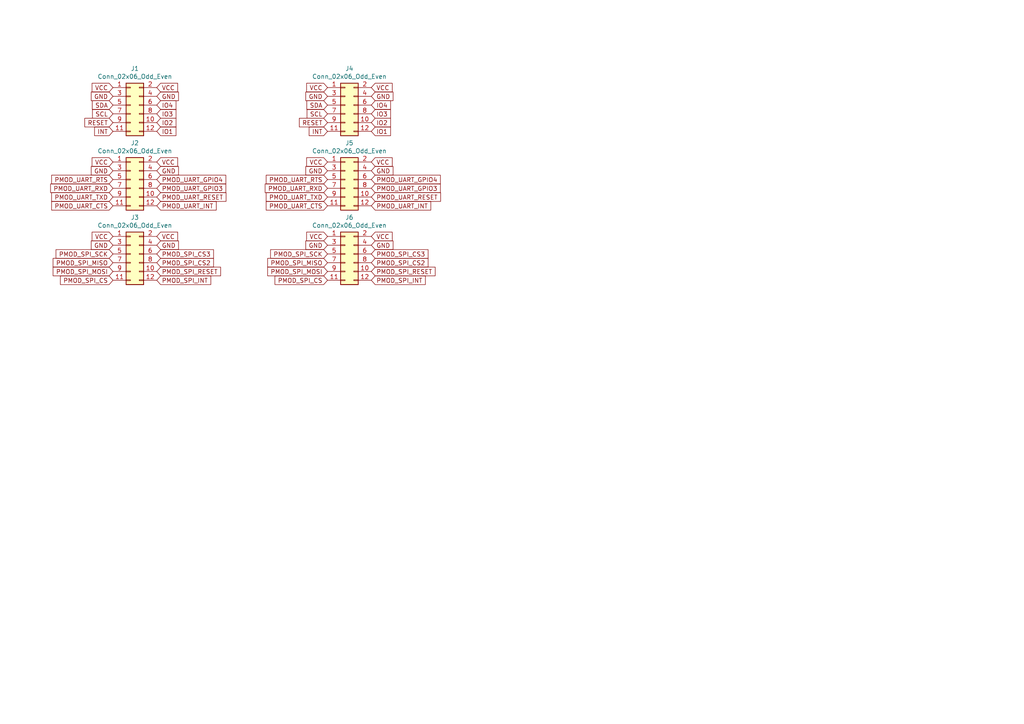
<source format=kicad_sch>
(kicad_sch (version 20230121) (generator eeschema)
  (paper "A4")
  (lib_symbols
    (symbol "Connector_Generic:Conn_02x06_Odd_Even" (pin_names (offset 1.016) hide)
      (property "Reference" "J" (at 1.27 7.62 0))
      (property "Value" "Conn_02x06_Odd_Even" (at 1.27 -10.16 0))
      (symbol "Conn_02x06_Odd_Even_1_1"
        (rectangle (start -1.27 -7.493) (end 0 -7.747) (stroke (width 0.1524)))
        (rectangle (start -1.27 -4.953) (end 0 -5.207) (stroke (width 0.1524)))
        (rectangle (start -1.27 -2.413) (end 0 -2.667) (stroke (width 0.1524)))
        (rectangle (start -1.27 0.127) (end 0 -0.127) (stroke (width 0.1524)))
        (rectangle (start -1.27 2.667) (end 0 2.413) (stroke (width 0.1524)))
        (rectangle (start -1.27 5.207) (end 0 4.953) (stroke (width 0.1524)))
        (rectangle (start -1.27 6.35) (end 3.81 -8.89) (stroke (width 0.254)) (fill (type background)))
        (rectangle (start 3.81 -7.493) (end 2.54 -7.747) (stroke (width 0.1524)))
        (rectangle (start 3.81 -4.953) (end 2.54 -5.207) (stroke (width 0.1524)))
        (rectangle (start 3.81 -2.413) (end 2.54 -2.667) (stroke (width 0.1524)))
        (rectangle (start 3.81 0.127) (end 2.54 -0.127) (stroke (width 0.1524)))
        (rectangle (start 3.81 2.667) (end 2.54 2.413) (stroke (width 0.1524)))
        (rectangle (start 3.81 5.207) (end 2.54 4.953) (stroke (width 0.1524)))
        (pin passive line (at -5.08 5.08 0) (length 3.81) (name "Pin_1") (number "1"))
        (pin passive line (at 7.62 -5.08 180) (length 3.81) (name "Pin_10") (number "10"))
        (pin passive line (at -5.08 -7.62 0) (length 3.81) (name "Pin_11") (number "11"))
        (pin passive line (at 7.62 -7.62 180) (length 3.81) (name "Pin_12") (number "12"))
        (pin passive line (at 7.62 5.08 180) (length 3.81) (name "Pin_2") (number "2"))
        (pin passive line (at -5.08 2.54 0) (length 3.81) (name "Pin_3") (number "3"))
        (pin passive line (at 7.62 2.54 180) (length 3.81) (name "Pin_4") (number "4"))
        (pin passive line (at -5.08 0 0) (length 3.81) (name "Pin_5") (number "5"))
        (pin passive line (at 7.62 0 180) (length 3.81) (name "Pin_6") (number "6"))
        (pin passive line (at -5.08 -2.54 0) (length 3.81) (name "Pin_7") (number "7"))
        (pin passive line (at 7.62 -2.54 180) (length 3.81) (name "Pin_8") (number "8"))
        (pin passive line (at -5.08 -5.08 0) (length 3.81) (name "Pin_9") (number "9"))
      )
    )
  )
  (global_label "VCC" (shape input) (at 32.766 46.99 180) (property "Intersheetrefs" "${INTERSHEET_REFS}" (effects hide)) (property "Intersheet-verwijzingen" "${INTERSHEET_REFS}" (effects hide)))
  (global_label "PMOD_SPI_CS" (shape input) (at 94.996 81.28 180) (property "Intersheetrefs" "${INTERSHEET_REFS}" (effects hide)) (property "Intersheet-verwijzingen" "${INTERSHEET_REFS}" (effects hide)))
  (global_label "IO1" (shape input) (at 107.696 38.1 0) (property "Intersheetrefs" "${INTERSHEET_REFS}" (effects hide)) (property "Intersheet-verwijzingen" "${INTERSHEET_REFS}" (effects hide)))
  (global_label "GND" (shape input) (at 45.466 27.94 0) (property "Intersheetrefs" "${INTERSHEET_REFS}" (effects hide)) (property "Intersheet-verwijzingen" "${INTERSHEET_REFS}" (effects hide)))
  (global_label "VCC" (shape input) (at 45.466 46.99 0) (property "Intersheetrefs" "${INTERSHEET_REFS}" (effects hide)) (property "Intersheet-verwijzingen" "${INTERSHEET_REFS}" (effects hide)))
  (global_label "GND" (shape input) (at 107.696 27.94 0) (property "Intersheetrefs" "${INTERSHEET_REFS}" (effects hide)) (property "Intersheet-verwijzingen" "${INTERSHEET_REFS}" (effects hide)))
  (global_label "PMOD_SPI_CS3" (shape input) (at 45.466 73.66 0) (property "Intersheetrefs" "${INTERSHEET_REFS}" (effects hide)) (property "Intersheet-verwijzingen" "${INTERSHEET_REFS}" (effects hide)))
  (global_label "VCC" (shape input) (at 94.996 46.99 180) (property "Intersheetrefs" "${INTERSHEET_REFS}" (effects hide)) (property "Intersheet-verwijzingen" "${INTERSHEET_REFS}" (effects hide)))
  (global_label "VCC" (shape input) (at 32.766 25.4 180) (property "Intersheetrefs" "${INTERSHEET_REFS}" (effects hide)) (property "Intersheet-verwijzingen" "${INTERSHEET_REFS}" (effects hide)))
  (global_label "SDA" (shape input) (at 94.996 30.48 180) (property "Intersheetrefs" "${INTERSHEET_REFS}" (effects hide)) (property "Intersheet-verwijzingen" "${INTERSHEET_REFS}" (effects hide)))
  (global_label "VCC" (shape input) (at 45.466 68.58 0) (property "Intersheetrefs" "${INTERSHEET_REFS}" (effects hide)) (property "Intersheet-verwijzingen" "${INTERSHEET_REFS}" (effects hide)))
  (global_label "VCC" (shape input) (at 94.996 25.4 180) (property "Intersheetrefs" "${INTERSHEET_REFS}" (effects hide)) (property "Intersheet-verwijzingen" "${INTERSHEET_REFS}" (effects hide)))
  (global_label "GND" (shape input) (at 94.996 49.53 180) (property "Intersheetrefs" "${INTERSHEET_REFS}" (effects hide)) (property "Intersheet-verwijzingen" "${INTERSHEET_REFS}" (effects hide)))
  (global_label "PMOD_UART_TXD" (shape input) (at 94.996 57.15 180) (property "Intersheetrefs" "${INTERSHEET_REFS}" (effects hide)) (property "Intersheet-verwijzingen" "${INTERSHEET_REFS}" (effects hide)))
  (global_label "PMOD_SPI_RESET" (shape input) (at 107.696 78.74 0) (property "Intersheetrefs" "${INTERSHEET_REFS}" (effects hide)) (property "Intersheet-verwijzingen" "${INTERSHEET_REFS}" (effects hide)))
  (global_label "GND" (shape input) (at 32.766 27.94 180) (property "Intersheetrefs" "${INTERSHEET_REFS}" (effects hide)) (property "Intersheet-verwijzingen" "${INTERSHEET_REFS}" (effects hide)))
  (global_label "RESET" (shape input) (at 32.766 35.56 180) (property "Intersheetrefs" "${INTERSHEET_REFS}" (effects hide)) (property "Intersheet-verwijzingen" "${INTERSHEET_REFS}" (effects hide)))
  (global_label "IO4" (shape input) (at 45.466 30.48 0) (property "Intersheetrefs" "${INTERSHEET_REFS}" (effects hide)) (property "Intersheet-verwijzingen" "${INTERSHEET_REFS}" (effects hide)))
  (global_label "RESET" (shape input) (at 94.996 35.56 180) (property "Intersheetrefs" "${INTERSHEET_REFS}" (effects hide)) (property "Intersheet-verwijzingen" "${INTERSHEET_REFS}" (effects hide)))
  (global_label "PMOD_SPI_SCK" (shape input) (at 94.996 73.66 180) (property "Intersheetrefs" "${INTERSHEET_REFS}" (effects hide)) (property "Intersheet-verwijzingen" "${INTERSHEET_REFS}" (effects hide)))
  (global_label "VCC" (shape input) (at 94.996 68.58 180) (property "Intersheetrefs" "${INTERSHEET_REFS}" (effects hide)) (property "Intersheet-verwijzingen" "${INTERSHEET_REFS}" (effects hide)))
  (global_label "PMOD_UART_TXD" (shape input) (at 32.766 57.15 180) (property "Intersheetrefs" "${INTERSHEET_REFS}" (effects hide)) (property "Intersheet-verwijzingen" "${INTERSHEET_REFS}" (effects hide)))
  (global_label "IO4" (shape input) (at 107.696 30.48 0) (property "Intersheetrefs" "${INTERSHEET_REFS}" (effects hide)) (property "Intersheet-verwijzingen" "${INTERSHEET_REFS}" (effects hide)))
  (global_label "PMOD_SPI_CS" (shape input) (at 32.766 81.28 180) (property "Intersheetrefs" "${INTERSHEET_REFS}" (effects hide)) (property "Intersheet-verwijzingen" "${INTERSHEET_REFS}" (effects hide)))
  (global_label "IO3" (shape input) (at 107.696 33.02 0) (property "Intersheetrefs" "${INTERSHEET_REFS}" (effects hide)) (property "Intersheet-verwijzingen" "${INTERSHEET_REFS}" (effects hide)))
  (global_label "INT" (shape input) (at 94.996 38.1 180) (property "Intersheetrefs" "${INTERSHEET_REFS}" (effects hide)) (property "Intersheet-verwijzingen" "${INTERSHEET_REFS}" (effects hide)))
  (global_label "PMOD_UART_RESET" (shape input) (at 107.696 57.15 0) (property "Intersheetrefs" "${INTERSHEET_REFS}" (effects hide)) (property "Intersheet-verwijzingen" "${INTERSHEET_REFS}" (effects hide)))
  (global_label "PMOD_UART_RTS" (shape input) (at 32.766 52.07 180) (property "Intersheetrefs" "${INTERSHEET_REFS}" (effects hide)) (property "Intersheet-verwijzingen" "${INTERSHEET_REFS}" (effects hide)))
  (global_label "PMOD_SPI_CS2" (shape input) (at 45.466 76.2 0) (property "Intersheetrefs" "${INTERSHEET_REFS}" (effects hide)) (property "Intersheet-verwijzingen" "${INTERSHEET_REFS}" (effects hide)))
  (global_label "GND" (shape input) (at 32.766 71.12 180) (property "Intersheetrefs" "${INTERSHEET_REFS}" (effects hide)) (property "Intersheet-verwijzingen" "${INTERSHEET_REFS}" (effects hide)))
  (global_label "SDA" (shape input) (at 32.766 30.48 180) (property "Intersheetrefs" "${INTERSHEET_REFS}" (effects hide)) (property "Intersheet-verwijzingen" "${INTERSHEET_REFS}" (effects hide)))
  (global_label "GND" (shape input) (at 94.996 71.12 180) (property "Intersheetrefs" "${INTERSHEET_REFS}" (effects hide)) (property "Intersheet-verwijzingen" "${INTERSHEET_REFS}" (effects hide)))
  (global_label "PMOD_SPI_SCK" (shape input) (at 32.766 73.66 180) (property "Intersheetrefs" "${INTERSHEET_REFS}" (effects hide)) (property "Intersheet-verwijzingen" "${INTERSHEET_REFS}" (effects hide)))
  (global_label "IO1" (shape input) (at 45.466 38.1 0) (property "Intersheetrefs" "${INTERSHEET_REFS}" (effects hide)) (property "Intersheet-verwijzingen" "${INTERSHEET_REFS}" (effects hide)))
  (global_label "IO2" (shape input) (at 45.466 35.56 0) (property "Intersheetrefs" "${INTERSHEET_REFS}" (effects hide)) (property "Intersheet-verwijzingen" "${INTERSHEET_REFS}" (effects hide)))
  (global_label "IO3" (shape input) (at 45.466 33.02 0) (property "Intersheetrefs" "${INTERSHEET_REFS}" (effects hide)) (property "Intersheet-verwijzingen" "${INTERSHEET_REFS}" (effects hide)))
  (global_label "VCC" (shape input) (at 107.696 46.99 0) (property "Intersheetrefs" "${INTERSHEET_REFS}" (effects hide)) (property "Intersheet-verwijzingen" "${INTERSHEET_REFS}" (effects hide)))
  (global_label "PMOD_UART_GPIO3" (shape input) (at 45.466 54.61 0) (property "Intersheetrefs" "${INTERSHEET_REFS}" (effects hide)) (property "Intersheet-verwijzingen" "${INTERSHEET_REFS}" (effects hide)))
  (global_label "SCL" (shape input) (at 94.996 33.02 180) (property "Intersheetrefs" "${INTERSHEET_REFS}" (effects hide)) (property "Intersheet-verwijzingen" "${INTERSHEET_REFS}" (effects hide)))
  (global_label "GND" (shape input) (at 107.696 49.53 0) (property "Intersheetrefs" "${INTERSHEET_REFS}" (effects hide)) (property "Intersheet-verwijzingen" "${INTERSHEET_REFS}" (effects hide)))
  (global_label "PMOD_UART_INT" (shape input) (at 45.466 59.69 0) (property "Intersheetrefs" "${INTERSHEET_REFS}" (effects hide)) (property "Intersheet-verwijzingen" "${INTERSHEET_REFS}" (effects hide)))
  (global_label "PMOD_UART_RXD" (shape input) (at 32.766 54.61 180) (property "Intersheetrefs" "${INTERSHEET_REFS}" (effects hide)) (property "Intersheet-verwijzingen" "${INTERSHEET_REFS}" (effects hide)))
  (global_label "VCC" (shape input) (at 107.696 25.4 0) (property "Intersheetrefs" "${INTERSHEET_REFS}" (effects hide)) (property "Intersheet-verwijzingen" "${INTERSHEET_REFS}" (effects hide)))
  (global_label "PMOD_UART_CTS" (shape input) (at 32.766 59.69 180) (property "Intersheetrefs" "${INTERSHEET_REFS}" (effects hide)) (property "Intersheet-verwijzingen" "${INTERSHEET_REFS}" (effects hide)))
  (global_label "GND" (shape input) (at 107.696 71.12 0) (property "Intersheetrefs" "${INTERSHEET_REFS}" (effects hide)) (property "Intersheet-verwijzingen" "${INTERSHEET_REFS}" (effects hide)))
  (global_label "VCC" (shape input) (at 32.766 68.58 180) (property "Intersheetrefs" "${INTERSHEET_REFS}" (effects hide)) (property "Intersheet-verwijzingen" "${INTERSHEET_REFS}" (effects hide)))
  (global_label "GND" (shape input) (at 32.766 49.53 180) (property "Intersheetrefs" "${INTERSHEET_REFS}" (effects hide)) (property "Intersheet-verwijzingen" "${INTERSHEET_REFS}" (effects hide)))
  (global_label "PMOD_SPI_CS3" (shape input) (at 107.696 73.66 0) (property "Intersheetrefs" "${INTERSHEET_REFS}" (effects hide)) (property "Intersheet-verwijzingen" "${INTERSHEET_REFS}" (effects hide)))
  (global_label "PMOD_SPI_INT" (shape input) (at 45.466 81.28 0) (property "Intersheetrefs" "${INTERSHEET_REFS}" (effects hide)) (property "Intersheet-verwijzingen" "${INTERSHEET_REFS}" (effects hide)))
  (global_label "PMOD_UART_INT" (shape input) (at 107.696 59.69 0) (property "Intersheetrefs" "${INTERSHEET_REFS}" (effects hide)) (property "Intersheet-verwijzingen" "${INTERSHEET_REFS}" (effects hide)))
  (global_label "GND" (shape input) (at 94.996 27.94 180) (property "Intersheetrefs" "${INTERSHEET_REFS}" (effects hide)) (property "Intersheet-verwijzingen" "${INTERSHEET_REFS}" (effects hide)))
  (global_label "PMOD_UART_RESET" (shape input) (at 45.466 57.15 0) (property "Intersheetrefs" "${INTERSHEET_REFS}" (effects hide)) (property "Intersheet-verwijzingen" "${INTERSHEET_REFS}" (effects hide)))
  (global_label "PMOD_SPI_MOSI" (shape input) (at 94.996 78.74 180) (property "Intersheetrefs" "${INTERSHEET_REFS}" (effects hide)) (property "Intersheet-verwijzingen" "${INTERSHEET_REFS}" (effects hide)))
  (global_label "PMOD_UART_CTS" (shape input) (at 94.996 59.69 180) (property "Intersheetrefs" "${INTERSHEET_REFS}" (effects hide)) (property "Intersheet-verwijzingen" "${INTERSHEET_REFS}" (effects hide)))
  (global_label "PMOD_UART_GPIO4" (shape input) (at 45.466 52.07 0) (property "Intersheetrefs" "${INTERSHEET_REFS}" (effects hide)) (property "Intersheet-verwijzingen" "${INTERSHEET_REFS}" (effects hide)))
  (global_label "PMOD_SPI_RESET" (shape input) (at 45.466 78.74 0) (property "Intersheetrefs" "${INTERSHEET_REFS}" (effects hide)) (property "Intersheet-verwijzingen" "${INTERSHEET_REFS}" (effects hide)))
  (global_label "GND" (shape input) (at 45.466 71.12 0) (property "Intersheetrefs" "${INTERSHEET_REFS}" (effects hide)) (property "Intersheet-verwijzingen" "${INTERSHEET_REFS}" (effects hide)))
  (global_label "INT" (shape input) (at 32.766 38.1 180) (property "Intersheetrefs" "${INTERSHEET_REFS}" (effects hide)) (property "Intersheet-verwijzingen" "${INTERSHEET_REFS}" (effects hide)))
  (global_label "IO2" (shape input) (at 107.696 35.56 0) (property "Intersheetrefs" "${INTERSHEET_REFS}" (effects hide)) (property "Intersheet-verwijzingen" "${INTERSHEET_REFS}" (effects hide)))
  (global_label "VCC" (shape input) (at 107.696 68.58 0) (property "Intersheetrefs" "${INTERSHEET_REFS}" (effects hide)) (property "Intersheet-verwijzingen" "${INTERSHEET_REFS}" (effects hide)))
  (global_label "GND" (shape input) (at 45.466 49.53 0) (property "Intersheetrefs" "${INTERSHEET_REFS}" (effects hide)) (property "Intersheet-verwijzingen" "${INTERSHEET_REFS}" (effects hide)))
  (global_label "PMOD_SPI_CS2" (shape input) (at 107.696 76.2 0) (property "Intersheetrefs" "${INTERSHEET_REFS}" (effects hide)) (property "Intersheet-verwijzingen" "${INTERSHEET_REFS}" (effects hide)))
  (global_label "PMOD_UART_GPIO3" (shape input) (at 107.696 54.61 0) (property "Intersheetrefs" "${INTERSHEET_REFS}" (effects hide)) (property "Intersheet-verwijzingen" "${INTERSHEET_REFS}" (effects hide)))
  (global_label "PMOD_UART_RXD" (shape input) (at 94.996 54.61 180) (property "Intersheetrefs" "${INTERSHEET_REFS}" (effects hide)) (property "Intersheet-verwijzingen" "${INTERSHEET_REFS}" (effects hide)))
  (global_label "PMOD_SPI_MISO" (shape input) (at 94.996 76.2 180) (property "Intersheetrefs" "${INTERSHEET_REFS}" (effects hide)) (property "Intersheet-verwijzingen" "${INTERSHEET_REFS}" (effects hide)))
  (global_label "VCC" (shape input) (at 45.466 25.4 0) (property "Intersheetrefs" "${INTERSHEET_REFS}" (effects hide)) (property "Intersheet-verwijzingen" "${INTERSHEET_REFS}" (effects hide)))
  (global_label "PMOD_SPI_INT" (shape input) (at 107.696 81.28 0) (property "Intersheetrefs" "${INTERSHEET_REFS}" (effects hide)) (property "Intersheet-verwijzingen" "${INTERSHEET_REFS}" (effects hide)))
  (global_label "PMOD_UART_RTS" (shape input) (at 94.996 52.07 180) (property "Intersheetrefs" "${INTERSHEET_REFS}" (effects hide)) (property "Intersheet-verwijzingen" "${INTERSHEET_REFS}" (effects hide)))
  (global_label "SCL" (shape input) (at 32.766 33.02 180) (property "Intersheetrefs" "${INTERSHEET_REFS}" (effects hide)) (property "Intersheet-verwijzingen" "${INTERSHEET_REFS}" (effects hide)))
  (global_label "PMOD_SPI_MOSI" (shape input) (at 32.766 78.74 180) (property "Intersheetrefs" "${INTERSHEET_REFS}" (effects hide)) (property "Intersheet-verwijzingen" "${INTERSHEET_REFS}" (effects hide)))
  (global_label "PMOD_UART_GPIO4" (shape input) (at 107.696 52.07 0) (property "Intersheetrefs" "${INTERSHEET_REFS}" (effects hide)) (property "Intersheet-verwijzingen" "${INTERSHEET_REFS}" (effects hide)))
  (global_label "PMOD_SPI_MISO" (shape input) (at 32.766 76.2 180) (property "Intersheetrefs" "${INTERSHEET_REFS}" (effects hide)) (property "Intersheet-verwijzingen" "${INTERSHEET_REFS}" (effects hide)))
  (symbol (lib_id "Connector_Generic:Conn_02x06_Odd_Even") (at 37.846 30.48 0) (unit 1)
    (property "Reference" "J1" (at 39.116 19.8882 0))
    (property "Value" "Conn_02x06_Odd_Even" (at 39.116 22.1996 0))
    (property "Footprint" "Connector_PinHeader_2.54mm:PinHeader_2x06_P2.54mm_Horizontal" (effects hide))
  )
  (symbol (lib_id "Connector_Generic:Conn_02x06_Odd_Even") (at 37.846 52.07 0) (unit 1)
    (property "Reference" "J2" (at 39.116 41.4782 0))
    (property "Value" "Conn_02x06_Odd_Even" (at 39.116 43.7896 0))
    (property "Footprint" "Connector_PinHeader_2.54mm:PinHeader_2x06_P2.54mm_Horizontal" (effects hide))
  )
  (symbol (lib_id "Connector_Generic:Conn_02x06_Odd_Even") (at 37.846 73.66 0) (unit 1)
    (property "Reference" "J3" (at 39.116 63.0682 0))
    (property "Value" "Conn_02x06_Odd_Even" (at 39.116 65.3796 0))
    (property "Footprint" "Connector_PinHeader_2.54mm:PinHeader_2x06_P2.54mm_Horizontal" (effects hide))
  )
  (symbol (lib_id "Connector_Generic:Conn_02x06_Odd_Even") (at 100.076 30.48 0) (unit 1)
    (property "Reference" "J4" (at 101.346 19.8882 0))
    (property "Value" "Conn_02x06_Odd_Even" (at 101.346 22.1996 0))
    (property "Footprint" "Connector_PinSocket_2.54mm:PinSocket_2x06_P2.54mm_Horizontal" (effects hide))
  )
  (symbol (lib_id "Connector_Generic:Conn_02x06_Odd_Even") (at 100.076 52.07 0) (unit 1)
    (property "Reference" "J5" (at 101.346 41.4782 0))
    (property "Value" "Conn_02x06_Odd_Even" (at 101.346 43.7896 0))
    (property "Footprint" "Connector_PinSocket_2.54mm:PinSocket_2x06_P2.54mm_Horizontal" (effects hide))
  )
  (symbol (lib_id "Connector_Generic:Conn_02x06_Odd_Even") (at 100.076 73.66 0) (unit 1)
    (property "Reference" "J6" (at 101.346 63.0682 0))
    (property "Value" "Conn_02x06_Odd_Even" (at 101.346 65.3796 0))
    (property "Footprint" "Connector_PinSocket_2.54mm:PinSocket_2x06_P2.54mm_Horizontal" (effects hide))
  )
)
</source>
